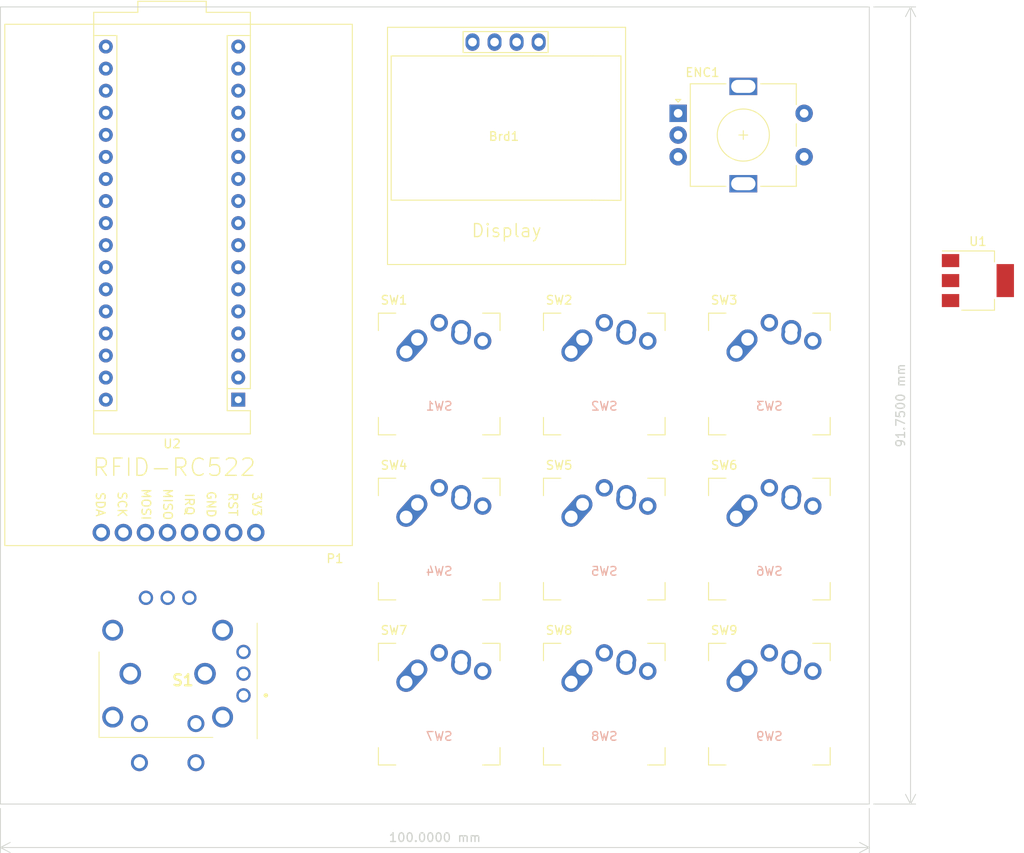
<source format=kicad_pcb>
(kicad_pcb (version 20211014) (generator pcbnew)
  (title_block (title "OpenMacro-PCB") (rev "1"))
  (layers (0 "F.Cu" signal) (31 "B.Cu" signal) (34 "B.Paste" user) (35 "F.Paste" user) (36 "B.SilkS" user "B.Silkscreen") (37 "F.SilkS" user "F.Silkscreen") (38 "B.Mask" user) (39 "F.Mask" user) (44 "Edge.Cuts" user))
  (net 0 "")
  (footprint "SSD1306:128x64OLED" (layer "F.Cu") (at 109.95 78.9)
    (fp_text reference "Brd1" (at 0 0.254) (layer "F.SilkS"))
    (fp_text value "SSD1306")
    (fp_line (start -13.4 15) (end -13.4 -12.3) (layer "F.SilkS") (width 0.12))
    (fp_line (start -4.699 -11.811) (end -4.699 -9.398) (layer "F.SilkS") (width 0.12))
    (fp_line (start 10.122 7.595) (end -12.978 7.595) (layer "F.SilkS") (width 0.12))
    (fp_line (start 13.462 7.62) (end 13.462 -9.017) (layer "F.SilkS") (width 0.12))
    (fp_line (start -13.4 -12.3) (end 14 -12.3) (layer "F.SilkS") (width 0.12))
    (fp_line (start 14 15) (end -13.4 15) (layer "F.SilkS") (width 0.12))
    (fp_line (start 14 -12.3) (end 14 15) (layer "F.SilkS") (width 0.12))
    (fp_line (start -12.978 -9.005) (end 10.122 -9.005) (layer "F.SilkS") (width 0.12))
    (fp_line (start 5.08 -11.811) (end 5.08 -9.398) (layer "F.SilkS") (width 0.12))
    (fp_line (start 13.462 -9.017) (end 13.208 -9.005) (layer "F.SilkS") (width 0.12))
    (fp_line (start 10.122 -9.005) (end 13.208 -9.005) (layer "F.SilkS") (width 0.12))
    (fp_line (start 10.122 7.595) (end 13.462 7.62) (layer "F.SilkS") (width 0.12))
    (fp_line (start -4.699 -11.811) (end 5.08 -11.811) (layer "F.SilkS") (width 0.12))
    (fp_line (start 5.08 -9.398) (end -4.699 -9.398) (layer "F.SilkS") (width 0.12))
    (fp_line (start -12.978 7.595) (end -12.978 -9.005) (layer "F.SilkS") (width 0.12))
    (pad "1" thru_hole oval locked (at -3.62 -10.6 90) (size 2 1.6) (drill 1) (layers *.Cu *.Mask))
    (pad "2" thru_hole oval locked (at -1.08 -10.6 90) (size 2 1.6) (drill 1) (layers *.Cu *.Mask))
    (pad "3" thru_hole oval locked (at 1.46 -10.6 90) (size 2 1.6) (drill 1) (layers *.Cu *.Mask))
    (pad "4" thru_hole oval locked (at 4 -10.6 90) (size 2 1.6) (drill 1) (layers *.Cu *.Mask))
  )
  (footprint "SamacSys_Parts:RKJXV122400R" (layer "F.Cu") (at 79.9775 143.49)
    (fp_text reference "S1" (at -6.978 -1.74) (layer "F.SilkS") (effects (font (size 1.27 1.27) (thickness 0.254))))
    (fp_text value "RKJXV122400R" hide)
    (fp_line (start -16.627 4.835) (end -3.527 4.835) (layer "F.SilkS") (width 0.1))
    (fp_line (start 2.672 0) (end 2.672 0) (layer "F.SilkS") (width 0.3))
    (fp_line (start -16.627 -5) (end -16.627 4.835) (layer "F.SilkS") (width 0.1))
    (fp_line (start 1.572 -8.315) (end 1.572 5) (layer "F.SilkS") (width 0.1))
    (fp_line (start 2.473 0) (end 2.473 0) (layer "F.SilkS") (width 0.3))
    (fp_arc (start 2.672 0) (mid 2.5725 0.0995) (end 2.473 0) (layer "F.SilkS") (width 0.3))
    (fp_arc (start 2.473 0) (mid 2.5725 -0.0995) (end 2.672 0) (layer "F.SilkS") (width 0.3))
    (pad "A1" thru_hole circle locked (at -11.98 3.25) (size 1.95 1.95) (drill 1.3) (layers *.Cu *.Mask))
    (pad "A11" thru_hole circle locked (at 0 0) (size 1.65 1.65) (drill 1.1) (layers *.Cu *.Mask))
    (pad "A12" thru_hole circle locked (at 0 -2.5) (size 1.65 1.65) (drill 1.1) (layers *.Cu *.Mask))
    (pad "A13" thru_hole circle locked (at 0 -5) (size 1.65 1.65) (drill 1.1) (layers *.Cu *.Mask))
    (pad "B1" thru_hole circle locked (at -11.98 7.75) (size 1.95 1.95) (drill 1.3) (layers *.Cu *.Mask))
    (pad "B11" thru_hole circle locked (at -6.23 -11.23) (size 1.65 1.65) (drill 1.1) (layers *.Cu *.Mask))
    (pad "B12" thru_hole circle locked (at -8.73 -11.23) (size 1.65 1.65) (drill 1.1) (layers *.Cu *.Mask))
    (pad "B13" thru_hole circle locked (at -11.23 -11.23) (size 1.65 1.65) (drill 1.1) (layers *.Cu *.Mask))
    (pad "C1" thru_hole circle locked (at -5.48 3.25) (size 1.95 1.95) (drill 1.3) (layers *.Cu *.Mask))
    (pad "D1" thru_hole circle locked (at -5.48 7.75) (size 1.95 1.95) (drill 1.3) (layers *.Cu *.Mask))
    (pad "MH1" thru_hole circle locked (at -15.055 2.5) (size 2.4 2.4) (drill 1.6) (layers *.Cu *.Mask))
    (pad "MH2" thru_hole circle locked (at -15.055 -7.5) (size 2.4 2.4) (drill 1.6) (layers *.Cu *.Mask))
    (pad "MH3" thru_hole circle locked (at -2.405 2.5) (size 2.4 2.4) (drill 1.6) (layers *.Cu *.Mask))
    (pad "MH4" thru_hole circle locked (at -2.405 -7.5) (size 2.4 2.4) (drill 1.6) (layers *.Cu *.Mask))
    (pad "MH5" thru_hole circle locked (at -13.03 -2.5) (size 2.475 2.475) (drill 1.65) (layers *.Cu *.Mask))
    (pad "MH6" thru_hole circle locked (at -4.43 -2.5) (size 2.475 2.475) (drill 1.65) (layers *.Cu *.Mask))
  )
  (footprint "Package_TO_SOT_SMD:SOT-223-3_TabPin2" (layer "F.Cu") (at 164.5 95.75)
    (fp_text reference "U1" (at 0 -4.5) (layer "F.SilkS"))
    (fp_text value "AMS1117-3.3")
    (fp_line (start -4.1 -3.41) (end 1.91 -3.41) (layer "F.SilkS") (width 0.12))
    (fp_line (start -1.85 3.41) (end 1.91 3.41) (layer "F.SilkS") (width 0.12))
    (fp_line (start 1.91 3.41) (end 1.91 2.15) (layer "F.SilkS") (width 0.12))
    (fp_line (start 1.91 -3.41) (end 1.91 -2.15) (layer "F.SilkS") (width 0.12))
    (pad "1" smd rect (at -3.15 -2.3) (size 2 1.5) (layers "F.Cu" "F.Paste" "F.Mask"))
    (pad "2" smd rect (at 3.15 0) (size 2 3.8) (layers "F.Cu" "F.Paste" "F.Mask"))
    (pad "2" smd rect (at -3.15 0) (size 2 1.5) (layers "F.Cu" "F.Paste" "F.Mask"))
    (pad "3" smd rect (at -3.15 2.3) (size 2 1.5) (layers "F.Cu" "F.Paste" "F.Mask"))
  )
  (footprint "Rotary_Encoder:RotaryEncoder_Alps_EC11E-Switch_Vertical_H20mm" (layer "F.Cu") (at 130 76.5)
    (fp_text reference "ENC1" (at 2.8 -4.7) (layer "F.SilkS"))
    (fp_text value "RotaryEncoder_Switch")
    (fp_line (start 13.6 6) (end 13.6 8.4) (layer "F.SilkS") (width 0.12))
    (fp_line (start 1.4 -3.4) (end 1.4 8.4) (layer "F.SilkS") (width 0.12))
    (fp_line (start 5.5 8.4) (end 1.4 8.4) (layer "F.SilkS") (width 0.12))
    (fp_line (start 5.5 -3.4) (end 1.4 -3.4) (layer "F.SilkS") (width 0.12))
    (fp_line (start 0 -1.3) (end -0.3 -1.6) (layer "F.SilkS") (width 0.12))
    (fp_line (start 7.5 2) (end 7.5 3) (layer "F.SilkS") (width 0.12))
    (fp_line (start -0.3 -1.6) (end 0.3 -1.6) (layer "F.SilkS") (width 0.12))
    (fp_line (start 0.3 -1.6) (end 0 -1.3) (layer "F.SilkS") (width 0.12))
    (fp_line (start 13.6 8.4) (end 9.5 8.4) (layer "F.SilkS") (width 0.12))
    (fp_line (start 7 2.5) (end 8 2.5) (layer "F.SilkS") (width 0.12))
    (fp_line (start 13.6 -3.4) (end 13.6 -1) (layer "F.SilkS") (width 0.12))
    (fp_line (start 9.5 -3.4) (end 13.6 -3.4) (layer "F.SilkS") (width 0.12))
    (fp_line (start 13.6 1.2) (end 13.6 3.8) (layer "F.SilkS") (width 0.12))
    (fp_circle (center 7.5 2.5) (end 10.5 2.5) (layer "F.SilkS") (width 0.12) (fill none))
    (pad "A" thru_hole rect (at 0 0) (size 2 2) (drill 1) (layers *.Cu *.Mask))
    (pad "B" thru_hole circle (at 0 5) (size 2 2) (drill 1) (layers *.Cu *.Mask))
    (pad "C" thru_hole circle (at 0 2.5) (size 2 2) (drill 1) (layers *.Cu *.Mask))
    (pad "MP" thru_hole rect (at 7.5 -3.1) (size 3.2 2) (drill oval 2.8 1.5) (layers *.Cu *.Mask))
    (pad "MP" thru_hole rect (at 7.5 8.1) (size 3.2 2) (drill oval 2.8 1.5) (layers *.Cu *.Mask))
    (pad "S1" thru_hole circle (at 14.5 5) (size 2 2) (drill 1) (layers *.Cu *.Mask))
    (pad "S2" thru_hole circle (at 14.5 0) (size 2 2) (drill 1) (layers *.Cu *.Mask))
  )
  (footprint "Keebio-Parts:MX-Alps-Choc-1U-NoLED" (layer "F.Cu") (at 102.5 106.5)
    (fp_text reference "SW1" (at -5.2 -8.5) (layer "F.SilkS"))
    (fp_text value "SW_Push")
    (fp_text user "${REFERENCE}" (at 0 3.7 unlocked) (layer "B.SilkS") (effects (justify mirror)))
    (fp_line (start 7 -5) (end 7 -7) (layer "F.SilkS") (width 0.12))
    (fp_line (start 5 7) (end 7 7) (layer "F.SilkS") (width 0.12))
    (fp_line (start 7 -7) (end 5 -7) (layer "F.SilkS") (width 0.12))
    (fp_line (start -7 5) (end -7 7) (layer "F.SilkS") (width 0.12))
    (fp_line (start 7 7) (end 7 5) (layer "F.SilkS") (width 0.12))
    (fp_line (start -7 7) (end -5 7) (layer "F.SilkS") (width 0.12))
    (fp_line (start -5 -7) (end -7 -7) (layer "F.SilkS") (width 0.12))
    (fp_line (start -7 -7) (end -7 -5) (layer "F.SilkS") (width 0.12))
    (pad "" np_thru_hole circle (at -5.5 0 48.1) (size 1.7 1.7) (drill 1.7) (layers *.Cu *.Mask))
    (pad "" np_thru_hole circle (at 5.5 0 48.1) (size 1.7 1.7) (drill 1.7) (layers *.Cu *.Mask))
    (pad "" np_thru_hole circle (at 5.08 0 48.0996) (size 1.75 1.75) (drill 1.75) (layers *.Cu *.Mask))
    (pad "" np_thru_hole circle (at 0 0) (size 3.9878 3.9878) (drill 3.9878) (layers *.Cu *.Mask))
    (pad "" np_thru_hole circle (at -5.08 0 48.0996) (size 1.75 1.75) (drill 1.75) (layers *.Cu *.Mask))
    (pad "" np_thru_hole circle (at -5.22 4.2 48.1) (size 1.2 1.2) (drill 1.2) (layers *.Cu *.Mask))
    (pad "1" thru_hole circle (at 2.54 -5.08) (size 2.25 2.25) (drill 1.47) (layers *.Cu *.Mask))
    (pad "1" thru_hole oval (at 2.5 -4.5 86.1) (size 2.831378 2.25) (drill 1.47 (offset 0.290689 0)) (layers *.Cu *.Mask))
    (pad "1" thru_hole circle (at 5 -3.8) (size 2 2) (drill 1.2) (layers *.Cu *.Mask))
    (pad "2" thru_hole circle (at 0 -5.9) (size 2 2) (drill 1.2) (layers *.Cu *.Mask))
    (pad "2" thru_hole circle (at -2.5 -4) (size 2.25 2.25) (drill 1.47) (layers *.Cu *.Mask))
    (pad "2" thru_hole oval (at -3.81 -2.54 48.1) (size 4.211556 2.25) (drill 1.47 (offset 0.980778 0)) (layers *.Cu *.Mask))
  )
  (footprint "Keebio-Parts:MX-Alps-Choc-1U-NoLED" (layer "F.Cu") (at 121.5 106.5)
    (fp_text reference "SW2" (at -5.2 -8.5) (layer "F.SilkS"))
    (fp_text value "SW_Push")
    (fp_text user "${REFERENCE}" (at 0 3.7 unlocked) (layer "B.SilkS") (effects (justify mirror)))
    (fp_line (start 7 -7) (end 5 -7) (layer "F.SilkS") (width 0.12))
    (fp_line (start -7 -7) (end -7 -5) (layer "F.SilkS") (width 0.12))
    (fp_line (start 7 7) (end 7 5) (layer "F.SilkS") (width 0.12))
    (fp_line (start -7 7) (end -5 7) (layer "F.SilkS") (width 0.12))
    (fp_line (start 7 -5) (end 7 -7) (layer "F.SilkS") (width 0.12))
    (fp_line (start -7 5) (end -7 7) (layer "F.SilkS") (width 0.12))
    (fp_line (start 5 7) (end 7 7) (layer "F.SilkS") (width 0.12))
    (fp_line (start -5 -7) (end -7 -7) (layer "F.SilkS") (width 0.12))
    (pad "" np_thru_hole circle (at 5.5 0 48.1) (size 1.7 1.7) (drill 1.7) (layers *.Cu *.Mask))
    (pad "" np_thru_hole circle (at 5.08 0 48.0996) (size 1.75 1.75) (drill 1.75) (layers *.Cu *.Mask))
    (pad "" np_thru_hole circle (at 0 0) (size 3.9878 3.9878) (drill 3.9878) (layers *.Cu *.Mask))
    (pad "" np_thru_hole circle (at -5.5 0 48.1) (size 1.7 1.7) (drill 1.7) (layers *.Cu *.Mask))
    (pad "" np_thru_hole circle (at -5.08 0 48.0996) (size 1.75 1.75) (drill 1.75) (layers *.Cu *.Mask))
    (pad "" np_thru_hole circle (at -5.22 4.2 48.1) (size 1.2 1.2) (drill 1.2) (layers *.Cu *.Mask))
    (pad "1" thru_hole circle (at 2.54 -5.08) (size 2.25 2.25) (drill 1.47) (layers *.Cu *.Mask))
    (pad "1" thru_hole oval (at 2.5 -4.5 86.1) (size 2.831378 2.25) (drill 1.47 (offset 0.290689 0)) (layers *.Cu *.Mask))
    (pad "1" thru_hole circle (at 5 -3.8) (size 2 2) (drill 1.2) (layers *.Cu *.Mask))
    (pad "2" thru_hole oval (at -3.81 -2.54 48.1) (size 4.211556 2.25) (drill 1.47 (offset 0.980778 0)) (layers *.Cu *.Mask))
    (pad "2" thru_hole circle (at 0 -5.9) (size 2 2) (drill 1.2) (layers *.Cu *.Mask))
    (pad "2" thru_hole circle (at -2.5 -4) (size 2.25 2.25) (drill 1.47) (layers *.Cu *.Mask))
  )
  (footprint "Keebio-Parts:MX-Alps-Choc-1U-NoLED" (layer "F.Cu") (at 121.5 125.5)
    (fp_text reference "SW5" (at -5.2 -8.5) (layer "F.SilkS"))
    (fp_text value "SW_Push")
    (fp_text user "${REFERENCE}" (at 0 3.7 unlocked) (layer "B.SilkS") (effects (justify mirror)))
    (fp_line (start 5 7) (end 7 7) (layer "F.SilkS") (width 0.12))
    (fp_line (start 7 -5) (end 7 -7) (layer "F.SilkS") (width 0.12))
    (fp_line (start 7 -7) (end 5 -7) (layer "F.SilkS") (width 0.12))
    (fp_line (start -7 7) (end -5 7) (layer "F.SilkS") (width 0.12))
    (fp_line (start 7 7) (end 7 5) (layer "F.SilkS") (width 0.12))
    (fp_line (start -5 -7) (end -7 -7) (layer "F.SilkS") (width 0.12))
    (fp_line (start -7 -7) (end -7 -5) (layer "F.SilkS") (width 0.12))
    (fp_line (start -7 5) (end -7 7) (layer "F.SilkS") (width 0.12))
    (pad "" np_thru_hole circle (at -5.22 4.2 48.1) (size 1.2 1.2) (drill 1.2) (layers *.Cu *.Mask))
    (pad "" np_thru_hole circle (at 5.08 0 48.0996) (size 1.75 1.75) (drill 1.75) (layers *.Cu *.Mask))
    (pad "" np_thru_hole circle (at 0 0) (size 3.9878 3.9878) (drill 3.9878) (layers *.Cu *.Mask))
    (pad "" np_thru_hole circle (at 5.5 0 48.1) (size 1.7 1.7) (drill 1.7) (layers *.Cu *.Mask))
    (pad "" np_thru_hole circle (at -5.08 0 48.0996) (size 1.75 1.75) (drill 1.75) (layers *.Cu *.Mask))
    (pad "" np_thru_hole circle (at -5.5 0 48.1) (size 1.7 1.7) (drill 1.7) (layers *.Cu *.Mask))
    (pad "1" thru_hole oval (at 2.5 -4.5 86.1) (size 2.831378 2.25) (drill 1.47 (offset 0.290689 0)) (layers *.Cu *.Mask))
    (pad "1" thru_hole circle (at 5 -3.8) (size 2 2) (drill 1.2) (layers *.Cu *.Mask))
    (pad "1" thru_hole circle (at 2.54 -5.08) (size 2.25 2.25) (drill 1.47) (layers *.Cu *.Mask))
    (pad "2" thru_hole oval (at -3.81 -2.54 48.1) (size 4.211556 2.25) (drill 1.47 (offset 0.980778 0)) (layers *.Cu *.Mask))
    (pad "2" thru_hole circle (at -2.5 -4) (size 2.25 2.25) (drill 1.47) (layers *.Cu *.Mask))
    (pad "2" thru_hole circle (at 0 -5.9) (size 2 2) (drill 1.2) (layers *.Cu *.Mask))
  )
  (footprint "Keebio-Parts:MX-Alps-Choc-1U-NoLED" (layer "F.Cu") (at 102.5 144.5)
    (fp_text reference "SW7" (at -5.2 -8.5) (layer "F.SilkS"))
    (fp_text value "SW_Push")
    (fp_text user "${REFERENCE}" (at 0 3.7 unlocked) (layer "B.SilkS") (effects (justify mirror)))
    (fp_line (start -7 7) (end -5 7) (layer "F.SilkS") (width 0.12))
    (fp_line (start 7 7) (end 7 5) (layer "F.SilkS") (width 0.12))
    (fp_line (start -7 -7) (end -7 -5) (layer "F.SilkS") (width 0.12))
    (fp_line (start 7 -7) (end 5 -7) (layer "F.SilkS") (width 0.12))
    (fp_line (start 7 -5) (end 7 -7) (layer "F.SilkS") (width 0.12))
    (fp_line (start -5 -7) (end -7 -7) (layer "F.SilkS") (width 0.12))
    (fp_line (start 5 7) (end 7 7) (layer "F.SilkS") (width 0.12))
    (fp_line (start -7 5) (end -7 7) (layer "F.SilkS") (width 0.12))
    (pad "" np_thru_hole circle (at -5.5 0 48.1) (size 1.7 1.7) (drill 1.7) (layers *.Cu *.Mask))
    (pad "" np_thru_hole circle (at -5.22 4.2 48.1) (size 1.2 1.2) (drill 1.2) (layers *.Cu *.Mask))
    (pad "" np_thru_hole circle (at -5.08 0 48.0996) (size 1.75 1.75) (drill 1.75) (layers *.Cu *.Mask))
    (pad "" np_thru_hole circle (at 0 0) (size 3.9878 3.9878) (drill 3.9878) (layers *.Cu *.Mask))
    (pad "" np_thru_hole circle (at 5.08 0 48.0996) (size 1.75 1.75) (drill 1.75) (layers *.Cu *.Mask))
    (pad "" np_thru_hole circle (at 5.5 0 48.1) (size 1.7 1.7) (drill 1.7) (layers *.Cu *.Mask))
    (pad "1" thru_hole circle (at 5 -3.8) (size 2 2) (drill 1.2) (layers *.Cu *.Mask))
    (pad "1" thru_hole circle (at 2.54 -5.08) (size 2.25 2.25) (drill 1.47) (layers *.Cu *.Mask))
    (pad "1" thru_hole oval (at 2.5 -4.5 86.1) (size 2.831378 2.25) (drill 1.47 (offset 0.290689 0)) (layers *.Cu *.Mask))
    (pad "2" thru_hole circle (at -2.5 -4) (size 2.25 2.25) (drill 1.47) (layers *.Cu *.Mask))
    (pad "2" thru_hole oval (at -3.81 -2.54 48.1) (size 4.211556 2.25) (drill 1.47 (offset 0.980778 0)) (layers *.Cu *.Mask))
    (pad "2" thru_hole circle (at 0 -5.9) (size 2 2) (drill 1.2) (layers *.Cu *.Mask))
  )
  (footprint "Keebio-Parts:MX-Alps-Choc-1U-NoLED" (layer "F.Cu") (at 140.5 144.5)
    (fp_text reference "SW9" (at -5.2 -8.5) (layer "F.SilkS"))
    (fp_text value "SW_Push")
    (fp_text user "${REFERENCE}" (at 0 3.7 unlocked) (layer "B.SilkS") (effects (justify mirror)))
    (fp_line (start 5 7) (end 7 7) (layer "F.SilkS") (width 0.12))
    (fp_line (start -5 -7) (end -7 -7) (layer "F.SilkS") (width 0.12))
    (fp_line (start -7 7) (end -5 7) (layer "F.SilkS") (width 0.12))
    (fp_line (start -7 5) (end -7 7) (layer "F.SilkS") (width 0.12))
    (fp_line (start -7 -7) (end -7 -5) (layer "F.SilkS") (width 0.12))
    (fp_line (start 7 7) (end 7 5) (layer "F.SilkS") (width 0.12))
    (fp_line (start 7 -5) (end 7 -7) (layer "F.SilkS") (width 0.12))
    (fp_line (start 7 -7) (end 5 -7) (layer "F.SilkS") (width 0.12))
    (pad "" np_thru_hole circle (at -5.5 0 48.1) (size 1.7 1.7) (drill 1.7) (layers *.Cu *.Mask))
    (pad "" np_thru_hole circle (at -5.22 4.2 48.1) (size 1.2 1.2) (drill 1.2) (layers *.Cu *.Mask))
    (pad "" np_thru_hole circle (at 5.5 0 48.1) (size 1.7 1.7) (drill 1.7) (layers *.Cu *.Mask))
    (pad "" np_thru_hole circle (at 0 0) (size 3.9878 3.9878) (drill 3.9878) (layers *.Cu *.Mask))
    (pad "" np_thru_hole circle (at -5.08 0 48.0996) (size 1.75 1.75) (drill 1.75) (layers *.Cu *.Mask))
    (pad "" np_thru_hole circle (at 5.08 0 48.0996) (size 1.75 1.75) (drill 1.75) (layers *.Cu *.Mask))
    (pad "1" thru_hole circle (at 5 -3.8) (size 2 2) (drill 1.2) (layers *.Cu *.Mask))
    (pad "1" thru_hole oval (at 2.5 -4.5 86.1) (size 2.831378 2.25) (drill 1.47 (offset 0.290689 0)) (layers *.Cu *.Mask))
    (pad "1" thru_hole circle (at 2.54 -5.08) (size 2.25 2.25) (drill 1.47) (layers *.Cu *.Mask))
    (pad "2" thru_hole circle (at -2.5 -4) (size 2.25 2.25) (drill 1.47) (layers *.Cu *.Mask))
    (pad "2" thru_hole oval (at -3.81 -2.54 48.1) (size 4.211556 2.25) (drill 1.47 (offset 0.980778 0)) (layers *.Cu *.Mask))
    (pad "2" thru_hole circle (at 0 -5.9) (size 2 2) (drill 1.2) (layers *.Cu *.Mask))
  )
  (footprint "Arduino:Arduino_Micro" (layer "F.Cu") (at 79.37 109.455 180)
    (fp_text reference "U2" (at 7.62 -5.08) (layer "F.SilkS"))
    (fp_text value "Arduino_Micro")
    (fp_line (start 1.27 -1.27) (end -1.397 -1.27) (layer "F.SilkS") (width 0.12))
    (fp_line (start 13.97 41.91) (end 16.637 41.91) (layer "F.SilkS") (width 0.12))
    (fp_line (start 1.27 1.27) (end 1.27 41.91) (layer "F.SilkS") (width 0.12))
    (fp_line (start 3.683 45.847) (end 11.557 45.847) (layer "F.SilkS") (width 0.12))
    (fp_line (start 1.27 41.91) (end -1.397 41.91) (layer "F.SilkS") (width 0.12))
    (fp_line (start 1.27 1.27) (end -1.397 1.27) (layer "F.SilkS") (width 0.12))
    (fp_line (start -1.397 -3.937) (end -1.397 -1.27) (layer "F.SilkS") (width 0.12))
    (fp_line (start 11.557 44.577) (end 16.637 44.577) (layer "F.SilkS") (width 0.12))
    (fp_line (start 13.97 -1.27) (end 13.97 41.91) (layer "F.SilkS") (width 0.12))
    (fp_line (start 16.637 44.577) (end 16.637 -3.937) (layer "F.SilkS") (width 0.12))
    (fp_line (start 16.637 -3.937) (end -1.397 -3.937) (layer "F.SilkS") (width 0.12))
    (fp_line (start -1.397 44.577) (end 3.683 44.577) (layer "F.SilkS") (width 0.12))
    (fp_line (start -1.397 1.27) (end -1.397 44.577) (layer "F.SilkS") (width 0.12))
    (fp_line (start 13.97 -1.27) (end 16.637 -1.27) (layer "F.SilkS") (width 0.12))
    (fp_line (start 1.27 1.27) (end 1.27 -1.27) (layer "F.SilkS") (width 0.12))
    (fp_line (start 3.683 44.577) (end 3.683 45.847) (layer "F.SilkS") (width 0.12))
    (fp_line (start 11.557 44.577) (end 11.557 45.847) (layer "F.SilkS") (width 0.12))
    (pad "1" thru_hole rect locked (at 0 0 180) (size 1.6 1.6) (drill 0.8) (layers *.Cu *.Mask))
    (pad "2" thru_hole oval locked (at 0 2.54 180) (size 1.6 1.6) (drill 0.8) (layers *.Cu *.Mask))
    (pad "3" thru_hole oval locked (at 0 5.08 180) (size 1.6 1.6) (drill 0.8) (layers *.Cu *.Mask))
    (pad "4" thru_hole oval locked (at 0 7.62 180) (size 1.6 1.6) (drill 0.8) (layers *.Cu *.Mask))
    (pad "5" thru_hole oval locked (at 0 10.16 180) (size 1.6 1.6) (drill 0.8) (layers *.Cu *.Mask))
    (pad "6" thru_hole oval locked (at 0 12.7 180) (size 1.6 1.6) (drill 0.8) (layers *.Cu *.Mask))
    (pad "7" thru_hole oval locked (at 0 15.24 180) (size 1.6 1.6) (drill 0.8) (layers *.Cu *.Mask))
    (pad "8" thru_hole oval locked (at 0 17.78 180) (size 1.6 1.6) (drill 0.8) (layers *.Cu *.Mask))
    (pad "9" thru_hole oval locked (at 0 20.32 180) (size 1.6 1.6) (drill 0.8) (layers *.Cu *.Mask))
    (pad "10" thru_hole oval locked (at 0 22.86 180) (size 1.6 1.6) (drill 0.8) (layers *.Cu *.Mask))
    (pad "11" thru_hole oval locked (at 0 25.4 180) (size 1.6 1.6) (drill 0.8) (layers *.Cu *.Mask))
    (pad "12" thru_hole oval locked (at 0 27.94 180) (size 1.6 1.6) (drill 0.8) (layers *.Cu *.Mask))
    (pad "13" thru_hole oval locked (at 0 30.48 180) (size 1.6 1.6) (drill 0.8) (layers *.Cu *.Mask))
    (pad "14" thru_hole oval locked (at 0 33.02 180) (size 1.6 1.6) (drill 0.8) (layers *.Cu *.Mask))
    (pad "15" thru_hole oval locked (at 0 35.56 180) (size 1.6 1.6) (drill 0.8) (layers *.Cu *.Mask))
    (pad "16" thru_hole oval locked (at 0 38.1 180) (size 1.6 1.6) (drill 0.8) (layers *.Cu *.Mask))
    (pad "17" thru_hole oval locked (at 0 40.64 180) (size 1.6 1.6) (drill 0.8) (layers *.Cu *.Mask))
    (pad "18" thru_hole oval locked (at 15.24 40.64 180) (size 1.6 1.6) (drill 0.8) (layers *.Cu *.Mask))
    (pad "19" thru_hole oval locked (at 15.24 38.1 180) (size 1.6 1.6) (drill 0.8) (layers *.Cu *.Mask))
    (pad "20" thru_hole oval locked (at 15.24 35.56 180) (size 1.6 1.6) (drill 0.8) (layers *.Cu *.Mask))
    (pad "21" thru_hole oval locked (at 15.24 33.02 180) (size 1.6 1.6) (drill 0.8) (layers *.Cu *.Mask))
    (pad "22" thru_hole oval locked (at 15.24 30.48 180) (size 1.6 1.6) (drill 0.8) (layers *.Cu *.Mask))
    (pad "23" thru_hole oval locked (at 15.24 27.94 180) (size 1.6 1.6) (drill 0.8) (layers *.Cu *.Mask))
    (pad "24" thru_hole oval locked (at 15.24 25.4 180) (size 1.6 1.6) (drill 0.8) (layers *.Cu *.Mask))
    (pad "25" thru_hole oval locked (at 15.24 22.86 180) (size 1.6 1.6) (drill 0.8) (layers *.Cu *.Mask))
    (pad "26" thru_hole oval locked (at 15.24 20.32 180) (size 1.6 1.6) (drill 0.8) (layers *.Cu *.Mask))
    (pad "27" thru_hole oval locked (at 15.24 17.78 180) (size 1.6 1.6) (drill 0.8) (layers *.Cu *.Mask))
    (pad "28" thru_hole oval locked (at 15.24 15.24 180) (size 1.6 1.6) (drill 0.8) (layers *.Cu *.Mask))
    (pad "29" thru_hole oval locked (at 15.24 12.7 180) (size 1.6 1.6) (drill 0.8) (layers *.Cu *.Mask))
    (pad "30" thru_hole oval locked (at 15.24 10.16 180) (size 1.6 1.6) (drill 0.8) (layers *.Cu *.Mask))
    (pad "31" thru_hole oval locked (at 15.24 7.62 180) (size 1.6 1.6) (drill 0.8) (layers *.Cu *.Mask))
    (pad "32" thru_hole oval locked (at 15.24 5.08 180) (size 1.6 1.6) (drill 0.8) (layers *.Cu *.Mask))
    (pad "33" thru_hole oval locked (at 15.24 2.54 180) (size 1.6 1.6) (drill 0.8) (layers *.Cu *.Mask))
    (pad "34" thru_hole oval locked (at 15.24 0 180) (size 1.6 1.6) (drill 0.8) (layers *.Cu *.Mask))
  )
  (footprint "Keebio-Parts:MX-Alps-Choc-1U-NoLED" (layer "F.Cu") (at 121.5 144.5)
    (fp_text reference "SW8" (at -5.2 -8.5) (layer "F.SilkS"))
    (fp_text value "SW_Push")
    (fp_text user "${REFERENCE}" (at 0 3.7 unlocked) (layer "B.SilkS") (effects (justify mirror)))
    (fp_line (start 5 7) (end 7 7) (layer "F.SilkS") (width 0.12))
    (fp_line (start -7 7) (end -5 7) (layer "F.SilkS") (width 0.12))
    (fp_line (start 7 -7) (end 5 -7) (layer "F.SilkS") (width 0.12))
    (fp_line (start 7 7) (end 7 5) (layer "F.SilkS") (width 0.12))
    (fp_line (start -7 5) (end -7 7) (layer "F.SilkS") (width 0.12))
    (fp_line (start -5 -7) (end -7 -7) (layer "F.SilkS") (width 0.12))
    (fp_line (start 7 -5) (end 7 -7) (layer "F.SilkS") (width 0.12))
    (fp_line (start -7 -7) (end -7 -5) (layer "F.SilkS") (width 0.12))
    (pad "" np_thru_hole circle (at 0 0) (size 3.9878 3.9878) (drill 3.9878) (layers *.Cu *.Mask))
    (pad "" np_thru_hole circle (at -5.08 0 48.0996) (size 1.75 1.75) (drill 1.75) (layers *.Cu *.Mask))
    (pad "" np_thru_hole circle (at 5.08 0 48.0996) (size 1.75 1.75) (drill 1.75) (layers *.Cu *.Mask))
    (pad "" np_thru_hole circle (at 5.5 0 48.1) (size 1.7 1.7) (drill 1.7) (layers *.Cu *.Mask))
    (pad "" np_thru_hole circle (at -5.22 4.2 48.1) (size 1.2 1.2) (drill 1.2) (layers *.Cu *.Mask))
    (pad "" np_thru_hole circle (at -5.5 0 48.1) (size 1.7 1.7) (drill 1.7) (layers *.Cu *.Mask))
    (pad "1" thru_hole circle (at 2.54 -5.08) (size 2.25 2.25) (drill 1.47) (layers *.Cu *.Mask))
    (pad "1" thru_hole oval (at 2.5 -4.5 86.1) (size 2.831378 2.25) (drill 1.47 (offset 0.290689 0)) (layers *.Cu *.Mask))
    (pad "1" thru_hole circle (at 5 -3.8) (size 2 2) (drill 1.2) (layers *.Cu *.Mask))
    (pad "2" thru_hole circle (at -2.5 -4) (size 2.25 2.25) (drill 1.47) (layers *.Cu *.Mask))
    (pad "2" thru_hole oval (at -3.81 -2.54 48.1) (size 4.211556 2.25) (drill 1.47 (offset 0.980778 0)) (layers *.Cu *.Mask))
    (pad "2" thru_hole circle (at 0 -5.9) (size 2 2) (drill 1.2) (layers *.Cu *.Mask))
  )
  (footprint "Keebio-Parts:MX-Alps-Choc-1U-NoLED" (layer "F.Cu") (at 102.5 125.5)
    (fp_text reference "SW4" (at -5.2 -8.5) (layer "F.SilkS"))
    (fp_text value "SW_Push")
    (fp_text user "${REFERENCE}" (at 0 3.7 unlocked) (layer "B.SilkS") (effects (justify mirror)))
    (fp_line (start 5 7) (end 7 7) (layer "F.SilkS") (width 0.12))
    (fp_line (start -7 7) (end -5 7) (layer "F.SilkS") (width 0.12))
    (fp_line (start -7 -7) (end -7 -5) (layer "F.SilkS") (width 0.12))
    (fp_line (start 7 7) (end 7 5) (layer "F.SilkS") (width 0.12))
    (fp_line (start -5 -7) (end -7 -7) (layer "F.SilkS") (width 0.12))
    (fp_line (start 7 -7) (end 5 -7) (layer "F.SilkS") (width 0.12))
    (fp_line (start 7 -5) (end 7 -7) (layer "F.SilkS") (width 0.12))
    (fp_line (start -7 5) (end -7 7) (layer "F.SilkS") (width 0.12))
    (pad "" np_thru_hole circle (at 0 0) (size 3.9878 3.9878) (drill 3.9878) (layers *.Cu *.Mask))
    (pad "" np_thru_hole circle (at 5.5 0 48.1) (size 1.7 1.7) (drill 1.7) (layers *.Cu *.Mask))
    (pad "" np_thru_hole circle (at -5.5 0 48.1) (size 1.7 1.7) (drill 1.7) (layers *.Cu *.Mask))
    (pad "" np_thru_hole circle (at -5.08 0 48.0996) (size 1.75 1.75) (drill 1.75) (layers *.Cu *.Mask))
    (pad "" np_thru_hole circle (at 5.08 0 48.0996) (size 1.75 1.75) (drill 1.75) (layers *.Cu *.Mask))
    (pad "" np_thru_hole circle (at -5.22 4.2 48.1) (size 1.2 1.2) (drill 1.2) (layers *.Cu *.Mask))
    (pad "1" thru_hole circle (at 2.54 -5.08) (size 2.25 2.25) (drill 1.47) (layers *.Cu *.Mask))
    (pad "1" thru_hole oval (at 2.5 -4.5 86.1) (size 2.831378 2.25) (drill 1.47 (offset 0.290689 0)) (layers *.Cu *.Mask))
    (pad "1" thru_hole circle (at 5 -3.8) (size 2 2) (drill 1.2) (layers *.Cu *.Mask))
    (pad "2" thru_hole oval (at -3.81 -2.54 48.1) (size 4.211556 2.25) (drill 1.47 (offset 0.980778 0)) (layers *.Cu *.Mask))
    (pad "2" thru_hole circle (at 0 -5.9) (size 2 2) (drill 1.2) (layers *.Cu *.Mask))
    (pad "2" thru_hole circle (at -2.5 -4) (size 2.25 2.25) (drill 1.47) (layers *.Cu *.Mask))
  )
  (footprint "Keebio-Parts:MX-Alps-Choc-1U-NoLED" (layer "F.Cu") (at 140.5 106.5)
    (fp_text reference "SW3" (at -5.2 -8.5) (layer "F.SilkS"))
    (fp_text value "SW_Push")
    (fp_text user "${REFERENCE}" (at 0 3.7 unlocked) (layer "B.SilkS") (effects (justify mirror)))
    (fp_line (start -5 -7) (end -7 -7) (layer "F.SilkS") (width 0.12))
    (fp_line (start -7 -7) (end -7 -5) (layer "F.SilkS") (width 0.12))
    (fp_line (start 7 7) (end 7 5) (layer "F.SilkS") (width 0.12))
    (fp_line (start 7 -7) (end 5 -7) (layer "F.SilkS") (width 0.12))
    (fp_line (start -7 5) (end -7 7) (layer "F.SilkS") (width 0.12))
    (fp_line (start 5 7) (end 7 7) (layer "F.SilkS") (width 0.12))
    (fp_line (start -7 7) (end -5 7) (layer "F.SilkS") (width 0.12))
    (fp_line (start 7 -5) (end 7 -7) (layer "F.SilkS") (width 0.12))
    (pad "" np_thru_hole circle (at -5.08 0 48.0996) (size 1.75 1.75) (drill 1.75) (layers *.Cu *.Mask))
    (pad "" np_thru_hole circle (at 0 0) (size 3.9878 3.9878) (drill 3.9878) (layers *.Cu *.Mask))
    (pad "" np_thru_hole circle (at 5.5 0 48.1) (size 1.7 1.7) (drill 1.7) (layers *.Cu *.Mask))
    (pad "" np_thru_hole circle (at -5.5 0 48.1) (size 1.7 1.7) (drill 1.7) (layers *.Cu *.Mask))
    (pad "" np_thru_hole circle (at 5.08 0 48.0996) (size 1.75 1.75) (drill 1.75) (layers *.Cu *.Mask))
    (pad "" np_thru_hole circle (at -5.22 4.2 48.1) (size 1.2 1.2) (drill 1.2) (layers *.Cu *.Mask))
    (pad "1" thru_hole circle (at 5 -3.8) (size 2 2) (drill 1.2) (layers *.Cu *.Mask))
    (pad "1" thru_hole circle (at 2.54 -5.08) (size 2.25 2.25) (drill 1.47) (layers *.Cu *.Mask))
    (pad "1" thru_hole oval (at 2.5 -4.5 86.1) (size 2.831378 2.25) (drill 1.47 (offset 0.290689 0)) (layers *.Cu *.Mask))
    (pad "2" thru_hole circle (at -2.5 -4) (size 2.25 2.25) (drill 1.47) (layers *.Cu *.Mask))
    (pad "2" thru_hole circle (at 0 -5.9) (size 2 2) (drill 1.2) (layers *.Cu *.Mask))
    (pad "2" thru_hole oval (at -3.81 -2.54 48.1) (size 4.211556 2.25) (drill 1.47 (offset 0.980778 0)) (layers *.Cu *.Mask))
  )
  (footprint "Keebio-Parts:MX-Alps-Choc-1U-NoLED" (layer "F.Cu") (at 140.5 125.5)
    (fp_text reference "SW6" (at -5.2 -8.5) (layer "F.SilkS"))
    (fp_text value "SW_Push")
    (fp_text user "${REFERENCE}" (at 0 3.7 unlocked) (layer "B.SilkS") (effects (justify mirror)))
    (fp_line (start 7 -7) (end 5 -7) (layer "F.SilkS") (width 0.12))
    (fp_line (start -5 -7) (end -7 -7) (layer "F.SilkS") (width 0.12))
    (fp_line (start -7 5) (end -7 7) (layer "F.SilkS") (width 0.12))
    (fp_line (start -7 7) (end -5 7) (layer "F.SilkS") (width 0.12))
    (fp_line (start 7 7) (end 7 5) (layer "F.SilkS") (width 0.12))
    (fp_line (start 5 7) (end 7 7) (layer "F.SilkS") (width 0.12))
    (fp_line (start 7 -5) (end 7 -7) (layer "F.SilkS") (width 0.12))
    (fp_line (start -7 -7) (end -7 -5) (layer "F.SilkS") (width 0.12))
    (pad "" np_thru_hole circle (at 0 0) (size 3.9878 3.9878) (drill 3.9878) (layers *.Cu *.Mask))
    (pad "" np_thru_hole circle (at -5.5 0 48.1) (size 1.7 1.7) (drill 1.7) (layers *.Cu *.Mask))
    (pad "" np_thru_hole circle (at 5.08 0 48.0996) (size 1.75 1.75) (drill 1.75) (layers *.Cu *.Mask))
    (pad "" np_thru_hole circle (at 5.5 0 48.1) (size 1.7 1.7) (drill 1.7) (layers *.Cu *.Mask))
    (pad "" np_thru_hole circle (at -5.08 0 48.0996) (size 1.75 1.75) (drill 1.75) (layers *.Cu *.Mask))
    (pad "" np_thru_hole circle (at -5.22 4.2 48.1) (size 1.2 1.2) (drill 1.2) (layers *.Cu *.Mask))
    (pad "1" thru_hole circle (at 5 -3.8) (size 2 2) (drill 1.2) (layers *.Cu *.Mask))
    (pad "1" thru_hole oval (at 2.5 -4.5 86.1) (size 2.831378 2.25) (drill 1.47 (offset 0.290689 0)) (layers *.Cu *.Mask))
    (pad "1" thru_hole circle (at 2.54 -5.08) (size 2.25 2.25) (drill 1.47) (layers *.Cu *.Mask))
    (pad "2" thru_hole oval (at -3.81 -2.54 48.1) (size 4.211556 2.25) (drill 1.47 (offset 0.980778 0)) (layers *.Cu *.Mask))
    (pad "2" thru_hole circle (at -2.5 -4) (size 2.25 2.25) (drill 1.47) (layers *.Cu *.Mask))
    (pad "2" thru_hole circle (at 0 -5.9) (size 2 2) (drill 1.2) (layers *.Cu *.Mask))
  )
  (footprint "RF_Module:RC-522-RFID" (layer "F.Cu") (at 72.5 124.75 180)
    (fp_text reference "P1" (at -18 -3) (layer "F.SilkS"))
    (fp_text value "RFID-RC522-MODULE")
    (fp_text user "IRQ" (at -1.25 3.25 270 unlocked) (layer "F.SilkS"))
    (fp_text user "MOSI" (at 3.75 3.25 270 unlocked) (layer "F.SilkS"))
    (fp_text user "SCK" (at 6.5 3.25 270 unlocked) (layer "F.SilkS"))
    (fp_text user "GND" (at -3.75 3.25 270 unlocked) (layer "F.SilkS"))
    (fp_text user "RST" (at -6.25 3.25 270 unlocked) (layer "F.SilkS"))
    (fp_text user "MISO" (at 1.25 3.25 270 unlocked) (layer "F.SilkS"))
    (fp_text user "RFID-RC522" (at 0.5 7.5 unlocked) (layer "F.SilkS") (effects (font (size 2 2))))
    (fp_text user "3V3" (at -9 3.25 270 unlocked) (layer "F.SilkS"))
    (fp_text user "SDA" (at 9 3.25 270 unlocked) (layer "F.SilkS"))
    (fp_rect (start -20 -1.5) (end 20 58.5) (layer "F.SilkS") (width 0.12) (fill none))
    (pad "1" thru_hole circle (at 8.89 0) (size 2 2) (drill 1.2) (layers *.Cu *.Mask))
    (pad "2" thru_hole circle (at 6.35 0) (size 2 2) (drill 1.2) (layers *.Cu *.Mask))
    (pad "3" thru_hole circle (at 3.81 0) (size 2 2) (drill 1.2) (layers *.Cu *.Mask))
    (pad "4" thru_hole circle (at 1.27 0) (size 2 2) (drill 1.2) (layers *.Cu *.Mask))
    (pad "5" thru_hole circle (at -1.27 0) (size 2 2) (drill 1.2) (layers *.Cu *.Mask))
    (pad "6" thru_hole circle (at -3.81 0) (size 2 2) (drill 1.2) (layers *.Cu *.Mask))
    (pad "7" thru_hole circle (at -6.35 0) (size 2 2) (drill 1.2) (layers *.Cu *.Mask))
    (pad "8" thru_hole circle (at -8.89 0) (size 2 2) (drill 1.2) (layers *.Cu *.Mask))
  )
  (gr_rect (start 52 64.25) (end 152 156) (layer "Edge.Cuts") (width 0.1) (fill none))
  (gr_text "Display" (at 110.25 90) (layer "F.SilkS") (effects (font (size 1.5 1.5))))
  (dimension (type aligned) (layer "Edge.Cuts") (pts (xy 152 64.25) (xy 152 156)) (height -4.75) (gr_text "91.7500 mm" (at 155.6 110.125 90) (layer "Edge.Cuts") (effects (font (size 1 1) (thickness 0.15)))) (format (units 3) (units_format 1) (precision 4)) (style (thickness 0.1) (arrow_length 1.27) (text_position_mode 0) (extension_height 0.58642) (extension_offset 0.5) keep_text_aligned))
  (dimension (type aligned) (layer "Edge.Cuts") (pts (xy 52 156) (xy 152 156)) (height 5) (gr_text "100.0000 mm" (at 102 159.85) (layer "Edge.Cuts") (effects (font (size 1 1) (thickness 0.15)))) (format (units 3) (units_format 1) (precision 4)) (style (thickness 0.1) (arrow_length 1.27) (text_position_mode 0) (extension_height 0.58642) (extension_offset 0.5) keep_text_aligned))
)
</source>
